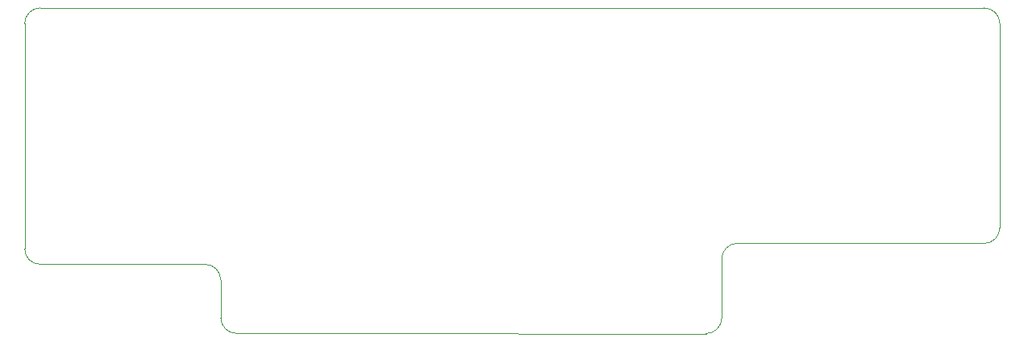
<source format=gbr>
%TF.GenerationSoftware,KiCad,Pcbnew,9.0.4*%
%TF.CreationDate,2025-09-10T21:24:45+08:00*%
%TF.ProjectId,smart_shunt_v0.0.1,736d6172-745f-4736-9875-6e745f76302e,v0.0.4*%
%TF.SameCoordinates,Original*%
%TF.FileFunction,Profile,NP*%
%FSLAX46Y46*%
G04 Gerber Fmt 4.6, Leading zero omitted, Abs format (unit mm)*
G04 Created by KiCad (PCBNEW 9.0.4) date 2025-09-10 21:24:45*
%MOMM*%
%LPD*%
G01*
G04 APERTURE LIST*
%TA.AperFunction,Profile*%
%ADD10C,0.050000*%
%TD*%
G04 APERTURE END LIST*
D10*
X182694256Y-91790000D02*
X208599999Y-91800000D01*
X208600000Y-67021311D02*
G75*
G02*
X210249989Y-68671310I0J-1649989D01*
G01*
X130099369Y-101271309D02*
G75*
G02*
X128449391Y-99621309I31J1650009D01*
G01*
X109500000Y-94000000D02*
G75*
G02*
X107850000Y-92349999I0J1650000D01*
G01*
X126800000Y-94000000D02*
G75*
G02*
X128449600Y-95648543I0J-1649600D01*
G01*
X181049251Y-99638910D02*
G75*
G02*
X179399241Y-101288851I-1649951J10D01*
G01*
X130099400Y-101271309D02*
X140258811Y-101263629D01*
X107850001Y-92349999D02*
X107852493Y-68675284D01*
X210249990Y-68671310D02*
X210250001Y-90150000D01*
X126800000Y-94000000D02*
X109500000Y-94000000D01*
X140258811Y-101263629D02*
X179399241Y-101288850D01*
X181044246Y-93440000D02*
G75*
G02*
X182694256Y-91790046I1649954J0D01*
G01*
X210250001Y-90150000D02*
G75*
G02*
X208600000Y-91800001I-1650001J0D01*
G01*
X128449369Y-99621309D02*
X128449599Y-95648543D01*
X181049251Y-99638910D02*
X181044246Y-93440000D01*
X109502400Y-67025284D02*
X208600000Y-67021309D01*
X107852380Y-68675284D02*
G75*
G02*
X109502380Y-67025280I1650020J-16D01*
G01*
M02*

</source>
